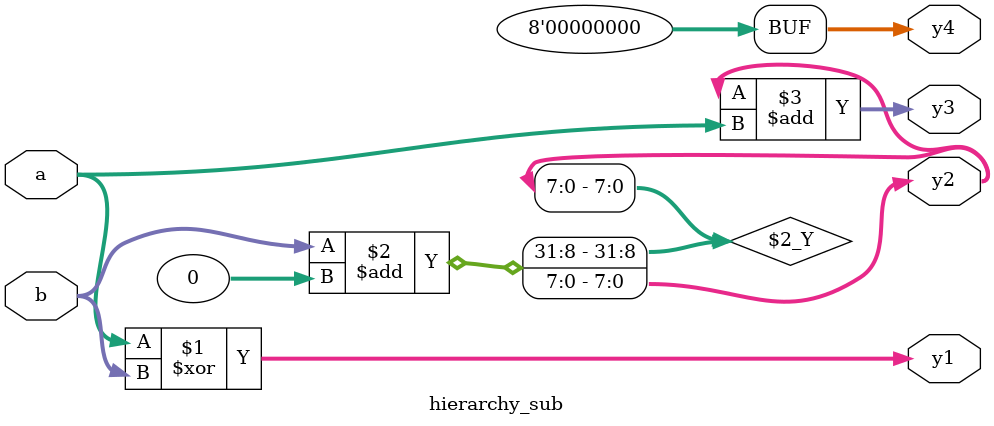
<source format=v>

module hierarchy(a, b, y1, y2, y3, y4);
input [3:0] a;
input signed [3:0] b;
output [7:0] y1, y2, y3, y4;

hierarchy_sub #(-3'sd1, -3'sd1) foo (a, b, y1, y2, y3, y4);

endmodule

(* gentb_skip *)
module hierarchy_sub(a, b, y1, y2, y3, y4);
parameter c = 0;
parameter [7:0] d = 0;
input [3:0] a, b;
output [7:0] y1, y2, y3, y4;
assign y1 = a^b;
assign y2 = b+c;
assign y3 = y2+a;
assign y4 = d;
endmodule

</source>
